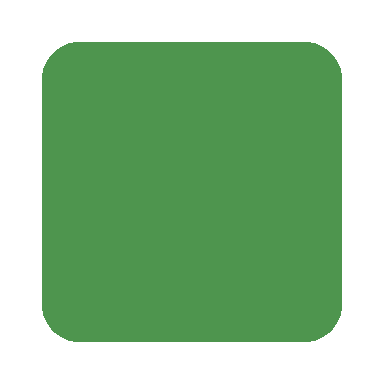
<source format=gbr>
%TF.GenerationSoftware,KiCad,Pcbnew,8.0.0*%
%TF.CreationDate,2024-07-26T18:05:43-04:00*%
%TF.ProjectId,X-Band Amplifier HMC441,582d4261-6e64-4204-916d-706c69666965,v1.1*%
%TF.SameCoordinates,Original*%
%TF.FileFunction,Soldermask,Bot*%
%TF.FilePolarity,Negative*%
%FSLAX46Y46*%
G04 Gerber Fmt 4.6, Leading zero omitted, Abs format (unit mm)*
G04 Created by KiCad (PCBNEW 8.0.0) date 2024-07-26 18:05:43*
%MOMM*%
%LPD*%
G01*
G04 APERTURE LIST*
%ADD10R,3.000000X8.000000*%
%ADD11C,5.562600*%
G04 APERTURE END LIST*
D10*
%TO.C,J2*%
X150850000Y-63500000D03*
%TD*%
%TO.C,J1*%
X128550000Y-63500000D03*
%TD*%
D11*
%TO.C,H2*%
X149225000Y-53975000D03*
%TD*%
%TO.C,H3*%
X130175000Y-73025000D03*
%TD*%
%TO.C,H4*%
X149225000Y-73025000D03*
%TD*%
%TO.C,H1*%
X130175000Y-53975000D03*
%TD*%
G36*
X149225856Y-50800012D02*
G01*
X149396974Y-50802410D01*
X149409315Y-50803190D01*
X149750220Y-50841600D01*
X149764151Y-50843967D01*
X150097751Y-50920110D01*
X150111328Y-50924022D01*
X150434297Y-51037033D01*
X150447351Y-51042440D01*
X150755641Y-51190905D01*
X150768008Y-51197740D01*
X151057733Y-51379786D01*
X151069257Y-51387962D01*
X151336791Y-51601314D01*
X151347326Y-51610730D01*
X151589269Y-51852673D01*
X151598685Y-51863208D01*
X151812037Y-52130742D01*
X151820213Y-52142266D01*
X152002259Y-52431991D01*
X152009094Y-52444358D01*
X152157559Y-52752648D01*
X152162966Y-52765702D01*
X152275977Y-53088671D01*
X152279889Y-53102248D01*
X152356032Y-53435848D01*
X152358399Y-53449779D01*
X152396809Y-53790684D01*
X152397589Y-53803025D01*
X152399988Y-53974143D01*
X152400000Y-53975909D01*
X152400000Y-73024090D01*
X152399988Y-73025856D01*
X152397589Y-73196974D01*
X152396809Y-73209315D01*
X152358399Y-73550220D01*
X152356032Y-73564151D01*
X152279889Y-73897751D01*
X152275977Y-73911328D01*
X152162966Y-74234297D01*
X152157559Y-74247351D01*
X152009094Y-74555641D01*
X152002259Y-74568008D01*
X151820213Y-74857733D01*
X151812037Y-74869257D01*
X151598685Y-75136791D01*
X151589269Y-75147326D01*
X151347326Y-75389269D01*
X151336791Y-75398685D01*
X151069257Y-75612037D01*
X151057733Y-75620213D01*
X150768008Y-75802259D01*
X150755641Y-75809094D01*
X150447351Y-75957559D01*
X150434297Y-75962966D01*
X150111328Y-76075977D01*
X150097751Y-76079889D01*
X149764151Y-76156032D01*
X149750220Y-76158399D01*
X149409315Y-76196809D01*
X149396974Y-76197589D01*
X149225856Y-76199988D01*
X149224090Y-76200000D01*
X130175910Y-76200000D01*
X130174144Y-76199988D01*
X130003025Y-76197589D01*
X129990684Y-76196809D01*
X129649779Y-76158399D01*
X129635848Y-76156032D01*
X129302248Y-76079889D01*
X129288671Y-76075977D01*
X128965702Y-75962966D01*
X128952648Y-75957559D01*
X128644358Y-75809094D01*
X128631991Y-75802259D01*
X128342266Y-75620213D01*
X128330742Y-75612037D01*
X128063208Y-75398685D01*
X128052673Y-75389269D01*
X127810730Y-75147326D01*
X127801314Y-75136791D01*
X127587962Y-74869257D01*
X127579786Y-74857733D01*
X127397740Y-74568008D01*
X127390905Y-74555641D01*
X127242440Y-74247351D01*
X127237033Y-74234297D01*
X127124022Y-73911328D01*
X127120110Y-73897751D01*
X127043967Y-73564151D01*
X127041600Y-73550220D01*
X127003190Y-73209315D01*
X127002410Y-73196974D01*
X127000012Y-73025856D01*
X127000000Y-73024090D01*
X127000000Y-53975909D01*
X127000012Y-53974143D01*
X127002410Y-53803025D01*
X127003190Y-53790684D01*
X127041600Y-53449779D01*
X127043967Y-53435848D01*
X127120110Y-53102248D01*
X127124022Y-53088671D01*
X127237033Y-52765702D01*
X127242440Y-52752648D01*
X127390905Y-52444358D01*
X127397740Y-52431991D01*
X127579786Y-52142266D01*
X127587962Y-52130742D01*
X127801314Y-51863208D01*
X127810730Y-51852673D01*
X128052673Y-51610730D01*
X128063208Y-51601314D01*
X128330742Y-51387962D01*
X128342266Y-51379786D01*
X128631991Y-51197740D01*
X128644358Y-51190905D01*
X128952648Y-51042440D01*
X128965702Y-51037033D01*
X129288671Y-50924022D01*
X129302248Y-50920110D01*
X129635848Y-50843967D01*
X129649779Y-50841600D01*
X129990684Y-50803190D01*
X130003025Y-50802410D01*
X130174144Y-50800012D01*
X130175910Y-50800000D01*
X149224090Y-50800000D01*
X149225856Y-50800012D01*
G37*
M02*

</source>
